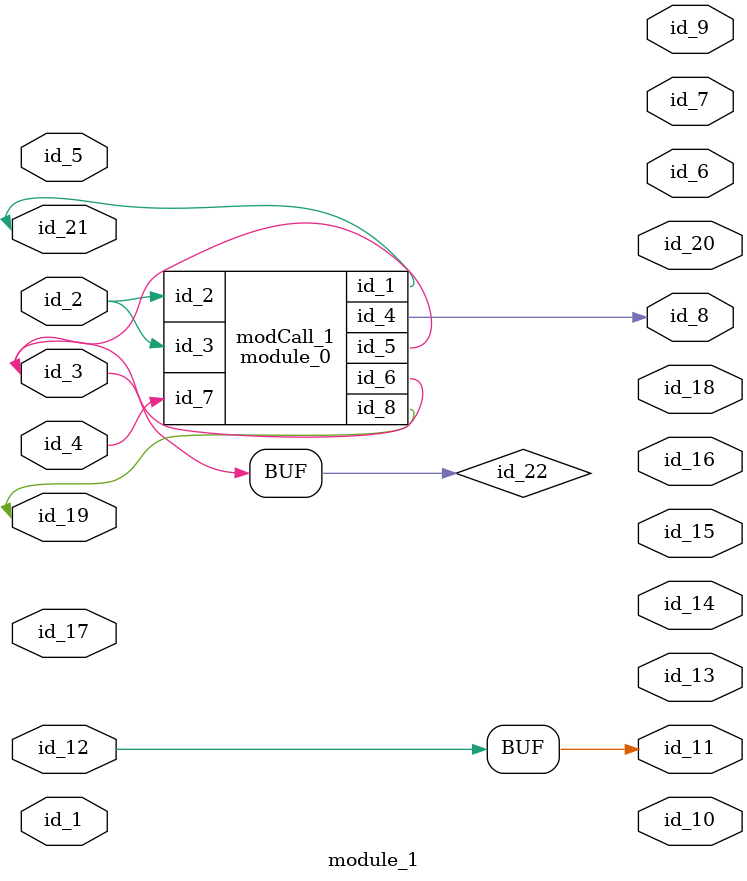
<source format=v>
module module_0 (
    id_1,
    id_2,
    id_3,
    id_4,
    id_5,
    id_6,
    id_7,
    id_8
);
  output wire id_8;
  input wire id_7;
  output wire id_6;
  output wire id_5;
  output wire id_4;
  input wire id_3;
  input wire id_2;
  output wire id_1;
endmodule
module module_1 (
    id_1,
    id_2,
    id_3,
    id_4,
    id_5,
    id_6,
    id_7,
    id_8,
    id_9,
    id_10,
    id_11,
    id_12,
    id_13,
    id_14,
    id_15,
    id_16,
    id_17,
    id_18,
    id_19,
    id_20,
    id_21
);
  inout wire id_21;
  output wire id_20;
  inout wire id_19;
  output wire id_18;
  inout wire id_17;
  output wire id_16;
  output wire id_15;
  output wire id_14;
  output wire id_13;
  input wire id_12;
  output wire id_11;
  output wire id_10;
  output wire id_9;
  output wire id_8;
  output wire id_7;
  output wire id_6;
  inout wire id_5;
  input wire id_4;
  inout wire id_3;
  inout wire id_2;
  input wire id_1;
  assign id_11 = id_12;
  module_0 modCall_1 (
      id_21,
      id_2,
      id_2,
      id_8,
      id_3,
      id_3,
      id_4,
      id_19
  );
  wire id_22 = id_3;
endmodule

</source>
